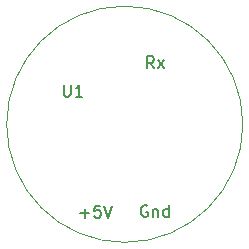
<source format=gbr>
G04 #@! TF.GenerationSoftware,KiCad,Pcbnew,(5.1.5)-2*
G04 #@! TF.CreationDate,2020-03-19T14:07:12-05:00*
G04 #@! TF.ProjectId,O2_Sensor_Hardware,4f325f53-656e-4736-9f72-5f4861726477,rev?*
G04 #@! TF.SameCoordinates,Original*
G04 #@! TF.FileFunction,Legend,Top*
G04 #@! TF.FilePolarity,Positive*
%FSLAX46Y46*%
G04 Gerber Fmt 4.6, Leading zero omitted, Abs format (unit mm)*
G04 Created by KiCad (PCBNEW (5.1.5)-2) date 2020-03-19 14:07:12*
%MOMM*%
%LPD*%
G04 APERTURE LIST*
%ADD10C,0.120000*%
%ADD11C,0.150000*%
G04 APERTURE END LIST*
D10*
X163012500Y-112093000D02*
G75*
G03X163012500Y-112093000I-10000000J0D01*
G01*
D11*
X147850595Y-108745380D02*
X147850595Y-109554904D01*
X147898214Y-109650142D01*
X147945833Y-109697761D01*
X148041071Y-109745380D01*
X148231547Y-109745380D01*
X148326785Y-109697761D01*
X148374404Y-109650142D01*
X148422023Y-109554904D01*
X148422023Y-108745380D01*
X149422023Y-109745380D02*
X148850595Y-109745380D01*
X149136309Y-109745380D02*
X149136309Y-108745380D01*
X149041071Y-108888238D01*
X148945833Y-108983476D01*
X148850595Y-109031095D01*
X155467261Y-107345380D02*
X155133928Y-106869190D01*
X154895833Y-107345380D02*
X154895833Y-106345380D01*
X155276785Y-106345380D01*
X155372023Y-106393000D01*
X155419642Y-106440619D01*
X155467261Y-106535857D01*
X155467261Y-106678714D01*
X155419642Y-106773952D01*
X155372023Y-106821571D01*
X155276785Y-106869190D01*
X154895833Y-106869190D01*
X155800595Y-107345380D02*
X156324404Y-106678714D01*
X155800595Y-106678714D02*
X156324404Y-107345380D01*
X154919642Y-118993000D02*
X154824404Y-118945380D01*
X154681547Y-118945380D01*
X154538690Y-118993000D01*
X154443452Y-119088238D01*
X154395833Y-119183476D01*
X154348214Y-119373952D01*
X154348214Y-119516809D01*
X154395833Y-119707285D01*
X154443452Y-119802523D01*
X154538690Y-119897761D01*
X154681547Y-119945380D01*
X154776785Y-119945380D01*
X154919642Y-119897761D01*
X154967261Y-119850142D01*
X154967261Y-119516809D01*
X154776785Y-119516809D01*
X155395833Y-119278714D02*
X155395833Y-119945380D01*
X155395833Y-119373952D02*
X155443452Y-119326333D01*
X155538690Y-119278714D01*
X155681547Y-119278714D01*
X155776785Y-119326333D01*
X155824404Y-119421571D01*
X155824404Y-119945380D01*
X156729166Y-119945380D02*
X156729166Y-118945380D01*
X156729166Y-119897761D02*
X156633928Y-119945380D01*
X156443452Y-119945380D01*
X156348214Y-119897761D01*
X156300595Y-119850142D01*
X156252976Y-119754904D01*
X156252976Y-119469190D01*
X156300595Y-119373952D01*
X156348214Y-119326333D01*
X156443452Y-119278714D01*
X156633928Y-119278714D01*
X156729166Y-119326333D01*
X149226785Y-119614428D02*
X149988690Y-119614428D01*
X149607738Y-119995380D02*
X149607738Y-119233476D01*
X150941071Y-118995380D02*
X150464880Y-118995380D01*
X150417261Y-119471571D01*
X150464880Y-119423952D01*
X150560119Y-119376333D01*
X150798214Y-119376333D01*
X150893452Y-119423952D01*
X150941071Y-119471571D01*
X150988690Y-119566809D01*
X150988690Y-119804904D01*
X150941071Y-119900142D01*
X150893452Y-119947761D01*
X150798214Y-119995380D01*
X150560119Y-119995380D01*
X150464880Y-119947761D01*
X150417261Y-119900142D01*
X151274404Y-118995380D02*
X151607738Y-119995380D01*
X151941071Y-118995380D01*
M02*

</source>
